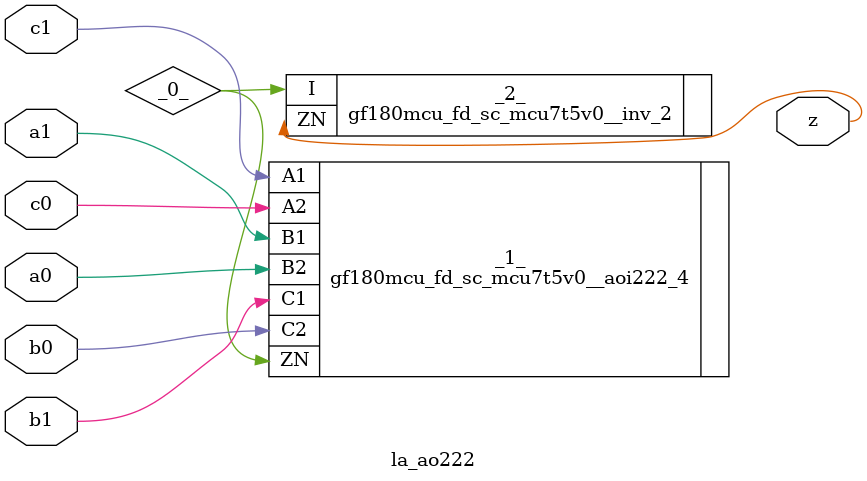
<source format=v>

/* Generated by Yosys 0.44 (git sha1 80ba43d26, g++ 11.4.0-1ubuntu1~22.04 -fPIC -O3) */

(* top =  1  *)
(* src = "inputs/la_ao222.v:10.1-24.10" *)
module la_ao222 (
    a0,
    a1,
    b0,
    b1,
    c0,
    c1,
    z
);
  wire _0_;
  (* src = "inputs/la_ao222.v:13.12-13.14" *)
  input a0;
  wire a0;
  (* src = "inputs/la_ao222.v:14.12-14.14" *)
  input a1;
  wire a1;
  (* src = "inputs/la_ao222.v:15.12-15.14" *)
  input b0;
  wire b0;
  (* src = "inputs/la_ao222.v:16.12-16.14" *)
  input b1;
  wire b1;
  (* src = "inputs/la_ao222.v:17.12-17.14" *)
  input c0;
  wire c0;
  (* src = "inputs/la_ao222.v:18.12-18.14" *)
  input c1;
  wire c1;
  (* src = "inputs/la_ao222.v:19.12-19.13" *)
  output z;
  wire z;
  gf180mcu_fd_sc_mcu7t5v0__aoi222_4 _1_ (
      .A1(c1),
      .A2(c0),
      .B1(a1),
      .B2(a0),
      .C1(b1),
      .C2(b0),
      .ZN(_0_)
  );
  gf180mcu_fd_sc_mcu7t5v0__inv_2 _2_ (
      .I (_0_),
      .ZN(z)
  );
endmodule

</source>
